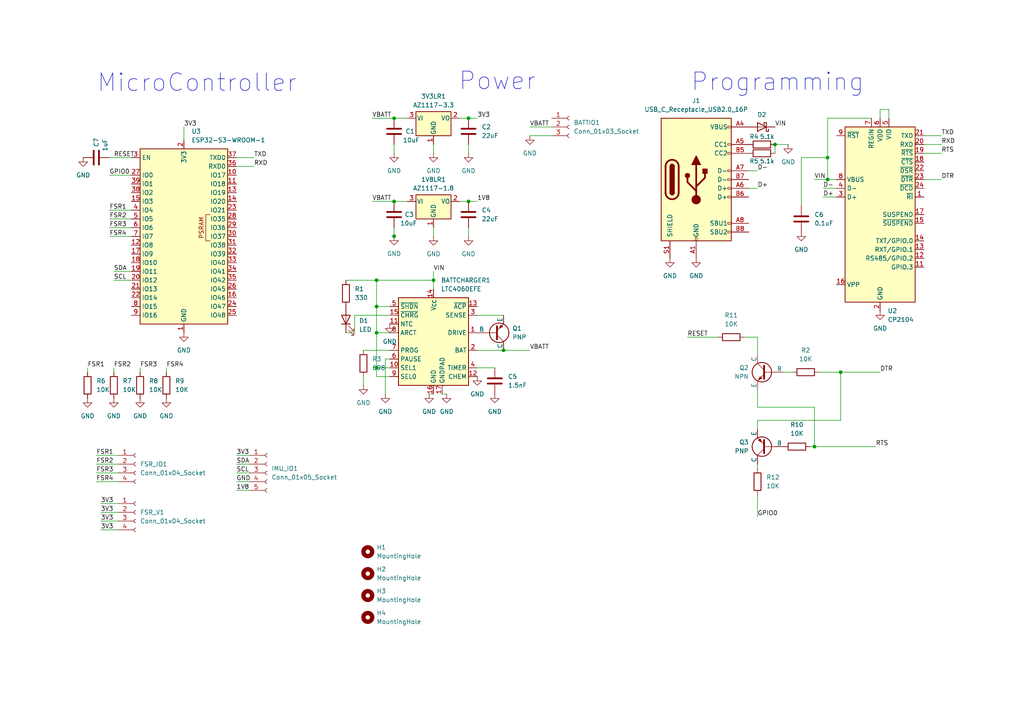
<source format=kicad_sch>
(kicad_sch (version 20231120) (generator "eeschema") (generator_version "8.0")
  (paper "A4")
  (lib_symbols
    (symbol "Battery_Management:LTC4060EFE"
      (property "Reference" "U" (at -8.382 13.97 0))
      (property "Value" "LTC4060EFE" (at 1.524 13.97 0))
      (symbol "LTC4060EFE_1_1"
        (pin output line (at 12.7 2.54 180) (length 2.54) (name "DRIVE") (number "1"))
        (pin input line (at -12.7 -7.62 0) (length 2.54) (name "SEL1") (number "10"))
        (pin input line (at -12.7 5.08 0) (length 2.54) (name "NTC") (number "11"))
        (pin input line (at 12.7 -10.16 180) (length 2.54) (name "CHEM") (number "12"))
        (pin open_collector line (at 12.7 10.16 180) (length 2.54) (name "~{ACP}") (number "13"))
        (pin power_in line (at 0 15.24 270) (length 2.54) (name "V_{CC}") (number "14"))
        (pin open_collector line (at -12.7 7.62 0) (length 2.54) (name "~{CHRG}") (number "15"))
        (pin power_in line (at 0 -15.24 90) (length 2.54) (name "GND") (number "16"))
        (pin power_in line (at 2.54 -15.24 90) (length 2.54) (name "GNDPAD") (number "17"))
        (pin input line (at 12.7 -2.54 180) (length 2.54) (name "BAT") (number "2"))
        (pin input line (at 12.7 7.62 180) (length 2.54) (name "SENSE") (number "3"))
        (pin input line (at 12.7 -7.62 180) (length 2.54) (name "TIMER") (number "4"))
        (pin input line (at -12.7 10.16 0) (length 2.54) (name "~{SHDN}") (number "5"))
        (pin input line (at -12.7 -5.08 0) (length 2.54) (name "PAUSE") (number "6"))
        (pin input line (at -12.7 -2.54 0) (length 2.54) (name "PROG") (number "7"))
        (pin input line (at -12.7 2.54 0) (length 2.54) (name "ARCT") (number "8"))
        (pin input line (at -12.7 -10.16 0) (length 2.54) (name "SEL0") (number "9"))
      )
    )
    (symbol "Connector:Conn_01x03_Socket" (pin_names (offset 1.016) hide)
      (property "Reference" "J" (at 0 5.08 0))
      (property "Value" "Conn_01x03_Socket" (at 0 -5.08 0))
      (symbol "Conn_01x03_Socket_1_1"
        (pin passive line (at -5.08 2.54 0) (length 3.81) (name "Pin_1") (number "1"))
        (pin passive line (at -5.08 0 0) (length 3.81) (name "Pin_2") (number "2"))
        (pin passive line (at -5.08 -2.54 0) (length 3.81) (name "Pin_3") (number "3"))
      )
    )
    (symbol "Connector:Conn_01x04_Socket" (pin_names (offset 1.016) hide)
      (property "Reference" "J" (at 0 5.08 0))
      (property "Value" "Conn_01x04_Socket" (at 0 -7.62 0))
      (symbol "Conn_01x04_Socket_1_1"
        (pin passive line (at -5.08 2.54 0) (length 3.81) (name "Pin_1") (number "1"))
        (pin passive line (at -5.08 0 0) (length 3.81) (name "Pin_2") (number "2"))
        (pin passive line (at -5.08 -2.54 0) (length 3.81) (name "Pin_3") (number "3"))
        (pin passive line (at -5.08 -5.08 0) (length 3.81) (name "Pin_4") (number "4"))
      )
    )
    (symbol "Connector:Conn_01x05_Socket" (pin_names (offset 1.016) hide)
      (property "Reference" "J" (at 0 7.62 0))
      (property "Value" "Conn_01x05_Socket" (at 0 -7.62 0))
      (symbol "Conn_01x05_Socket_1_1"
        (pin passive line (at -5.08 5.08 0) (length 3.81) (name "Pin_1") (number "1"))
        (pin passive line (at -5.08 2.54 0) (length 3.81) (name "Pin_2") (number "2"))
        (pin passive line (at -5.08 0 0) (length 3.81) (name "Pin_3") (number "3"))
        (pin passive line (at -5.08 -2.54 0) (length 3.81) (name "Pin_4") (number "4"))
        (pin passive line (at -5.08 -5.08 0) (length 3.81) (name "Pin_5") (number "5"))
      )
    )
    (symbol "Connector:USB_C_Receptacle_USB2.0_16P" (pin_names (offset 1.016))
      (property "Reference" "J" (at 0 22.225 0))
      (property "Value" "USB_C_Receptacle_USB2.0_16P" (at 0 19.685 0))
      (symbol "USB_C_Receptacle_USB2.0_16P_1_1"
        (pin passive line (at 0 -22.86 90) (length 5.08) (name "GND") (number "A1"))
        (pin passive line (at 0 -22.86 90) (length 5.08) hide (name "GND") (number "A12"))
        (pin passive line (at 15.24 15.24 180) (length 5.08) (name "VBUS") (number "A4"))
        (pin bidirectional line (at 15.24 10.16 180) (length 5.08) (name "CC1") (number "A5"))
        (pin bidirectional line (at 15.24 -2.54 180) (length 5.08) (name "D+") (number "A6"))
        (pin bidirectional line (at 15.24 2.54 180) (length 5.08) (name "D-") (number "A7"))
        (pin bidirectional line (at 15.24 -12.7 180) (length 5.08) (name "SBU1") (number "A8"))
        (pin passive line (at 15.24 15.24 180) (length 5.08) hide (name "VBUS") (number "A9"))
        (pin passive line (at 0 -22.86 90) (length 5.08) hide (name "GND") (number "B1"))
        (pin passive line (at 0 -22.86 90) (length 5.08) hide (name "GND") (number "B12"))
        (pin passive line (at 15.24 15.24 180) (length 5.08) hide (name "VBUS") (number "B4"))
        (pin bidirectional line (at 15.24 7.62 180) (length 5.08) (name "CC2") (number "B5"))
        (pin bidirectional line (at 15.24 -5.08 180) (length 5.08) (name "D+") (number "B6"))
        (pin bidirectional line (at 15.24 0 180) (length 5.08) (name "D-") (number "B7"))
        (pin bidirectional line (at 15.24 -15.24 180) (length 5.08) (name "SBU2") (number "B8"))
        (pin passive line (at 15.24 15.24 180) (length 5.08) hide (name "VBUS") (number "B9"))
        (pin passive line (at -7.62 -22.86 90) (length 5.08) (name "SHIELD") (number "S1"))
      )
    )
    (symbol "Device:C" (pin_numbers hide) (pin_names (offset 0.254))
      (property "Reference" "C" (at 0.635 2.54 0))
      (property "Value" "C" (at 0.635 -2.54 0))
      (symbol "C_1_1"
        (pin passive line (at 0 3.81 270) (length 2.794) (name "~") (number "1"))
        (pin passive line (at 0 -3.81 90) (length 2.794) (name "~") (number "2"))
      )
    )
    (symbol "Device:D_Schottky" (pin_numbers hide) (pin_names (offset 1.016) hide)
      (property "Reference" "D" (at 0 2.54 0))
      (property "Value" "D_Schottky" (at 0 -2.54 0))
      (symbol "D_Schottky_1_1"
        (pin passive line (at -3.81 0 0) (length 2.54) (name "K") (number "1"))
        (pin passive line (at 3.81 0 180) (length 2.54) (name "A") (number "2"))
      )
    )
    (symbol "Device:LED" (pin_numbers hide) (pin_names (offset 1.016) hide)
      (property "Reference" "D" (at 0 2.54 0))
      (property "Value" "LED" (at 0 -2.54 0))
      (symbol "LED_1_1"
        (pin passive line (at -3.81 0 0) (length 2.54) (name "K") (number "1"))
        (pin passive line (at 3.81 0 180) (length 2.54) (name "A") (number "2"))
      )
    )
    (symbol "Device:R" (pin_numbers hide) (pin_names (offset 0))
      (property "Reference" "R" (at 2.032 0 90))
      (property "Value" "R" (at 0 0 90))
      (symbol "R_1_1"
        (pin passive line (at 0 3.81 270) (length 1.27) (name "~") (number "1"))
        (pin passive line (at 0 -3.81 90) (length 1.27) (name "~") (number "2"))
      )
    )
    (symbol "Interface_USB:CP2104"
      (property "Reference" "U" (at -5.08 28.575 0))
      (property "Value" "CP2104" (at -5.08 26.67 0))
      (symbol "CP2104_1_1"
        (pin input line (at 12.7 5.08 180) (length 2.54) (name "~{RI}") (number "1"))
        (pin no_connect line (at 10.16 -20.32 180) (length 2.54) hide (name "NC") (number "10"))
        (pin bidirectional line (at 12.7 -15.24 180) (length 2.54) (name "GPIO.3") (number "11"))
        (pin bidirectional line (at 12.7 -12.7 180) (length 2.54) (name "RS485/GPIO.2") (number "12"))
        (pin bidirectional line (at 12.7 -10.16 180) (length 2.54) (name "RXT/GPIO.1") (number "13"))
        (pin bidirectional line (at 12.7 -7.62 180) (length 2.54) (name "TXT/GPIO.0") (number "14"))
        (pin output line (at 12.7 -2.54 180) (length 2.54) (name "~{SUSPEND}") (number "15"))
        (pin passive line (at -12.7 -20.32 0) (length 2.54) (name "VPP") (number "16"))
        (pin output line (at 12.7 0 180) (length 2.54) (name "SUSPEND") (number "17"))
        (pin input line (at 12.7 15.24 180) (length 2.54) (name "~{CTS}") (number "18"))
        (pin output line (at 12.7 17.78 180) (length 2.54) (name "~{RTS}") (number "19"))
        (pin power_in line (at 0 -27.94 90) (length 2.54) (name "GND") (number "2"))
        (pin input line (at 12.7 20.32 180) (length 2.54) (name "RXD") (number "20"))
        (pin output line (at 12.7 22.86 180) (length 2.54) (name "TXD") (number "21"))
        (pin input line (at 12.7 12.7 180) (length 2.54) (name "~{DSR}") (number "22"))
        (pin output line (at 12.7 10.16 180) (length 2.54) (name "~{DTR}") (number "23"))
        (pin input line (at 12.7 7.62 180) (length 2.54) (name "~{DCD}") (number "24"))
        (pin passive line (at 0 -27.94 90) (length 2.54) hide (name "GND") (number "25"))
        (pin bidirectional line (at -12.7 5.08 0) (length 2.54) (name "D+") (number "3"))
        (pin bidirectional line (at -12.7 7.62 0) (length 2.54) (name "D-") (number "4"))
        (pin power_in line (at 2.54 27.94 270) (length 2.54) (name "VIO") (number "5"))
        (pin power_in line (at 0 27.94 270) (length 2.54) (name "VDD") (number "6"))
        (pin power_in line (at -2.54 27.94 270) (length 2.54) (name "REGIN") (number "7"))
        (pin input line (at -12.7 10.16 0) (length 2.54) (name "VBUS") (number "8"))
        (pin bidirectional line (at -12.7 22.86 0) (length 2.54) (name "~{RST}") (number "9"))
      )
    )
    (symbol "Mechanical:MountingHole" (pin_names (offset 1.016)) (exclude_from_sim yes) (in_bom no)
      (property "Reference" "H" (at 0 5.08 0))
      (property "Value" "MountingHole" (at 0 3.175 0))
    )
    (symbol "RF_Module:ESP32-S3-WROOM-1"
      (property "Reference" "U" (at -12.7 26.67 0))
      (property "Value" "ESP32-S3-WROOM-1" (at 12.7 26.67 0))
      (symbol "ESP32-S3-WROOM-1_0_0"
        (text "PSRAM" (at 5.08 2.54 900) (effects (font (size 1.27 1.27))))
      )
      (symbol "ESP32-S3-WROOM-1_1_1"
        (pin power_in line (at 0 -27.94 90) (length 2.54) (name "GND") (number "1"))
        (pin bidirectional line (at 15.24 17.78 180) (length 2.54) (name "IO17") (number "10"))
        (pin bidirectional line (at 15.24 15.24 180) (length 2.54) (name "IO18") (number "11"))
        (pin bidirectional line (at -15.24 -2.54 0) (length 2.54) (name "IO8") (number "12"))
        (pin bidirectional line (at 15.24 12.7 180) (length 2.54) (name "IO19") (number "13"))
        (pin bidirectional line (at 15.24 10.16 180) (length 2.54) (name "IO20") (number "14"))
        (pin bidirectional line (at -15.24 10.16 0) (length 2.54) (name "IO3") (number "15"))
        (pin bidirectional line (at 15.24 -17.78 180) (length 2.54) (name "IO46") (number "16"))
        (pin bidirectional line (at -15.24 -5.08 0) (length 2.54) (name "IO9") (number "17"))
        (pin bidirectional line (at -15.24 -7.62 0) (length 2.54) (name "IO10") (number "18"))
        (pin bidirectional line (at -15.24 -10.16 0) (length 2.54) (name "IO11") (number "19"))
        (pin power_in line (at 0 27.94 270) (length 2.54) (name "3V3") (number "2"))
        (pin bidirectional line (at -15.24 -12.7 0) (length 2.54) (name "IO12") (number "20"))
        (pin bidirectional line (at -15.24 -15.24 0) (length 2.54) (name "IO13") (number "21"))
        (pin bidirectional line (at -15.24 -17.78 0) (length 2.54) (name "IO14") (number "22"))
        (pin bidirectional line (at 15.24 7.62 180) (length 2.54) (name "IO21") (number "23"))
        (pin bidirectional line (at 15.24 -20.32 180) (length 2.54) (name "IO47") (number "24"))
        (pin bidirectional line (at 15.24 -22.86 180) (length 2.54) (name "IO48") (number "25"))
        (pin bidirectional line (at 15.24 -15.24 180) (length 2.54) (name "IO45") (number "26"))
        (pin bidirectional line (at -15.24 17.78 0) (length 2.54) (name "IO0") (number "27"))
        (pin bidirectional line (at 15.24 5.08 180) (length 2.54) (name "IO35") (number "28"))
        (pin bidirectional line (at 15.24 2.54 180) (length 2.54) (name "IO36") (number "29"))
        (pin input line (at -15.24 22.86 0) (length 2.54) (name "EN") (number "3"))
        (pin bidirectional line (at 15.24 0 180) (length 2.54) (name "IO37") (number "30"))
        (pin bidirectional line (at 15.24 -2.54 180) (length 2.54) (name "IO38") (number "31"))
        (pin bidirectional line (at 15.24 -5.08 180) (length 2.54) (name "IO39") (number "32"))
        (pin bidirectional line (at 15.24 -7.62 180) (length 2.54) (name "IO40") (number "33"))
        (pin bidirectional line (at 15.24 -10.16 180) (length 2.54) (name "IO41") (number "34"))
        (pin bidirectional line (at 15.24 -12.7 180) (length 2.54) (name "IO42") (number "35"))
        (pin bidirectional line (at 15.24 20.32 180) (length 2.54) (name "RXD0") (number "36"))
        (pin bidirectional line (at 15.24 22.86 180) (length 2.54) (name "TXD0") (number "37"))
        (pin bidirectional line (at -15.24 12.7 0) (length 2.54) (name "IO2") (number "38"))
        (pin bidirectional line (at -15.24 15.24 0) (length 2.54) (name "IO1") (number "39"))
        (pin bidirectional line (at -15.24 7.62 0) (length 2.54) (name "IO4") (number "4"))
        (pin passive line (at 0 -27.94 90) (length 2.54) hide (name "GND") (number "40"))
        (pin passive line (at 0 -27.94 90) (length 2.54) hide (name "GND") (number "41"))
        (pin bidirectional line (at -15.24 5.08 0) (length 2.54) (name "IO5") (number "5"))
        (pin bidirectional line (at -15.24 2.54 0) (length 2.54) (name "IO6") (number "6"))
        (pin bidirectional line (at -15.24 0 0) (length 2.54) (name "IO7") (number "7"))
        (pin bidirectional line (at -15.24 -20.32 0) (length 2.54) (name "IO15") (number "8"))
        (pin bidirectional line (at -15.24 -22.86 0) (length 2.54) (name "IO16") (number "9"))
      )
    )
    (symbol "Regulator_Linear:AZ1117-1.8" (pin_names (offset 0.254))
      (property "Reference" "U" (at -3.81 3.175 0))
      (property "Value" "AZ1117-1.8" (at 0 3.175 0))
      (symbol "AZ1117-1.8_1_1"
        (pin power_in line (at 0 -7.62 90) (length 2.54) (name "GND") (number "1"))
        (pin power_out line (at 7.62 0 180) (length 2.54) (name "VO") (number "2"))
        (pin power_in line (at -7.62 0 0) (length 2.54) (name "VI") (number "3"))
      )
    )
    (symbol "Regulator_Linear:AZ1117-3.3" (pin_names (offset 0.254))
      (property "Reference" "U" (at -3.81 3.175 0))
      (property "Value" "AZ1117-3.3" (at 0 3.175 0))
      (symbol "AZ1117-3.3_1_1"
        (pin power_in line (at 0 -7.62 90) (length 2.54) (name "GND") (number "1"))
        (pin power_out line (at 7.62 0 180) (length 2.54) (name "VO") (number "2"))
        (pin power_in line (at -7.62 0 0) (length 2.54) (name "VI") (number "3"))
      )
    )
    (symbol "Sensor_Motion:ICM-20948"
      (property "Reference" "U" (at -11.43 16.51 0))
      (property "Value" "ICM-20948" (at 7.62 -16.51 0))
      (symbol "ICM-20948_1_1"
        (pin no_connect line (at -10.16 12.7 0) (length 2.54) hide (name "NC") (number "1"))
        (pin passive line (at 12.7 -5.08 180) (length 2.54) (name "REGOUT") (number "10"))
        (pin input line (at -12.7 -5.08 0) (length 2.54) (name "FSYNC") (number "11"))
        (pin output line (at -12.7 -7.62 0) (length 2.54) (name "INT1") (number "12"))
        (pin power_in line (at 2.54 17.78 270) (length 2.54) (name "VDD") (number "13"))
        (pin no_connect line (at 10.16 7.62 180) (length 2.54) hide (name "NC") (number "14"))
        (pin no_connect line (at 10.16 5.08 180) (length 2.54) hide (name "NC") (number "15"))
        (pin no_connect line (at 10.16 -7.62 180) (length 2.54) hide (name "NC") (number "16"))
        (pin no_connect line (at 10.16 -10.16 180) (length 2.54) hide (name "NC") (number "17"))
        (pin power_in line (at 0 -17.78 90) (length 2.54) (name "GND") (number "18"))
        (pin no_connect line (at 10.16 -12.7 180) (length 2.54) hide (name "RESV") (number "19"))
        (pin no_connect line (at -10.16 10.16 0) (length 2.54) hide (name "NC") (number "2"))
        (pin passive line (at 0 -17.78 90) (length 2.54) hide (name "GND") (number "20"))
        (pin bidirectional line (at 12.7 2.54 180) (length 2.54) (name "AUX_DA") (number "21"))
        (pin input line (at -12.7 0 0) (length 2.54) (name "~{CS}") (number "22"))
        (pin input line (at -12.7 2.54 0) (length 2.54) (name "SCL/SCLK") (number "23"))
        (pin bidirectional line (at -12.7 5.08 0) (length 2.54) (name "SDA/SDI") (number "24"))
        (pin no_connect line (at -10.16 -2.54 0) (length 2.54) hide (name "NC") (number "3"))
        (pin no_connect line (at -10.16 -10.16 0) (length 2.54) hide (name "NC") (number "4"))
        (pin no_connect line (at -10.16 -12.7 0) (length 2.54) hide (name "NC") (number "5"))
        (pin no_connect line (at 10.16 10.16 180) (length 2.54) hide (name "NC") (number "6"))
        (pin output line (at 12.7 0 180) (length 2.54) (name "AUX_CL") (number "7"))
        (pin power_in line (at -2.54 17.78 270) (length 2.54) (name "VDDIO") (number "8"))
        (pin bidirectional line (at -12.7 7.62 0) (length 2.54) (name "SDO/AD0") (number "9"))
      )
    )
    (symbol "Simulation_SPICE:NPN" (pin_numbers hide) (pin_names (offset 0))
      (property "Reference" "Q" (at -2.54 7.62 0))
      (property "Value" "NPN" (at -2.54 5.08 0))
      (symbol "NPN_1_1"
        (pin open_collector line (at 2.54 5.08 270) (length 2.54) (name "C") (number "1"))
        (pin input line (at -5.08 0 0) (length 2.54) (name "B") (number "2"))
        (pin open_emitter line (at 2.54 -5.08 90) (length 2.54) (name "E") (number "3"))
      )
    )
    (symbol "Simulation_SPICE:PNP" (pin_numbers hide) (pin_names (offset 0))
      (property "Reference" "Q" (at -2.54 7.62 0))
      (property "Value" "PNP" (at -2.54 5.08 0))
      (symbol "PNP_1_1"
        (pin open_collector line (at 2.54 5.08 270) (length 2.54) (name "C") (number "1"))
        (pin input line (at -5.08 0 0) (length 2.54) (name "B") (number "2"))
        (pin open_emitter line (at 2.54 -5.08 90) (length 2.54) (name "E") (number "3"))
      )
    )
    (symbol "power:GND" (power) (pin_numbers hide) (pin_names (offset 0) hide)
      (property "Value" "GND" (at 0 -3.81 0))
      (symbol "GND_1_1"
        (pin power_in line (at 0 0 270) (length 0) (name "~") (number "1"))
      )
    )
  )
  (junction (at 109.22 106.68))
  (junction (at 114.3 58.42))
  (junction (at 240.03 45.72))
  (junction (at 114.3 34.29))
  (junction (at 109.22 96.52))
  (junction (at 449.58 20.32))
  (junction (at 236.22 129.54))
  (junction (at 125.73 81.28))
  (junction (at 135.89 34.29))
  (junction (at 146.05 101.6))
  (junction (at 444.5 20.32))
  (junction (at 114.3 68.5182))
  (junction (at 135.89 58.42))
  (junction (at 243.84 107.95))
  (junction (at 109.22 88.9))
  (junction (at 109.22 81.28))
  (junction (at 224.79 41.91))
  (junction (at 240.03 52.07))
  (wire (pts (xy 102.87 96.52) (xy 102.87 91.44)))
  (wire (pts (xy 243.84 121.92) (xy 243.84 107.95)))
  (wire (pts (xy 107.95 58.42) (xy 114.3 58.42)))
  (wire (pts (xy 109.22 106.68) (xy 109.22 109.22)))
  (wire (pts (xy 240.03 45.72) (xy 240.03 52.07)))
  (wire (pts (xy 138.43 101.6) (xy 146.05 101.6)))
  (wire (pts (xy 135.89 34.29) (xy 138.43 34.29)))
  (wire (pts (xy 27.94 137.16) (xy 34.29 137.16)))
  (wire (pts (xy 133.35 34.29) (xy 135.89 34.29)))
  (wire (pts (xy 107.95 34.29) (xy 114.3 34.29)))
  (wire (pts (xy 68.58 45.72) (xy 73.66 45.72)))
  (wire (pts (xy 433.07 20.32) (xy 436.88 20.32)))
  (wire (pts (xy 217.17 54.61) (xy 219.71 54.61)))
  (wire (pts (xy 109.22 106.68) (xy 113.03 106.68)))
  (wire (pts (xy 27.94 132.08) (xy 34.29 132.08)))
  (wire (pts (xy 444.5 20.32) (xy 444.5 22.86)))
  (wire (pts (xy 125.73 41.91) (xy 125.73 44.45)))
  (wire (pts (xy 29.21 148.59) (xy 34.29 148.59)))
  (wire (pts (xy 224.79 41.91) (xy 228.6 41.91)))
  (wire (pts (xy 237.49 107.95) (xy 243.84 107.95)))
  (wire (pts (xy 109.22 81.28) (xy 109.22 88.9)))
  (wire (pts (xy 255.27 31.75) (xy 257.81 31.75)))
  (wire (pts (xy 125.73 66.04) (xy 125.73 68.58)))
  (wire (pts (xy 100.33 96.52) (xy 102.87 96.52)))
  (wire (pts (xy 153.67 39.37) (xy 160.02 39.37)))
  (wire (pts (xy 113.03 104.14) (xy 111.76 104.14)))
  (wire (pts (xy 27.94 134.62) (xy 34.29 134.62)))
  (wire (pts (xy 114.3 68.5182) (xy 114.3 66.04)))
  (wire (pts (xy 234.95 129.54) (xy 236.22 129.54)))
  (wire (pts (xy 138.43 91.44) (xy 146.05 91.44)))
  (wire (pts (xy 429.26 38.1) (xy 434.34 38.1)))
  (wire (pts (xy 102.87 91.44) (xy 113.03 91.44)))
  (wire (pts (xy 267.97 39.37) (xy 273.05 39.37)))
  (wire (pts (xy 114.3 34.29) (xy 118.11 34.29)))
  (wire (pts (xy 68.58 48.26) (xy 73.66 48.26)))
  (wire (pts (xy 238.76 54.61) (xy 242.57 54.61)))
  (wire (pts (xy 459.74 45.72) (xy 464.82 45.72)))
  (wire (pts (xy 227.33 107.95) (xy 229.87 107.95)))
  (wire (pts (xy 243.84 107.95) (xy 255.27 107.95)))
  (wire (pts (xy 257.81 31.75) (xy 257.81 34.29)))
  (wire (pts (xy 114.3 58.42) (xy 118.11 58.42)))
  (wire (pts (xy 40.64 106.68) (xy 40.64 107.95)))
  (wire (pts (xy 109.22 88.9) (xy 113.03 88.9)))
  (wire (pts (xy 31.75 50.8) (xy 38.1 50.8)))
  (wire (pts (xy 429.26 35.56) (xy 434.34 35.56)))
  (wire (pts (xy 29.21 153.67) (xy 34.29 153.67)))
  (wire (pts (xy 133.35 58.42) (xy 135.89 58.42)))
  (wire (pts (xy 109.22 96.52) (xy 109.22 106.68)))
  (wire (pts (xy 105.41 101.6) (xy 113.03 101.6)))
  (wire (pts (xy 33.02 78.74) (xy 38.1 78.74)))
  (wire (pts (xy 252.73 34.29) (xy 240.03 34.29)))
  (wire (pts (xy 25.4 106.68) (xy 25.4 107.95)))
  (wire (pts (xy 72.39 132.08) (xy 68.58 132.08)))
  (wire (pts (xy 31.75 60.96) (xy 38.1 60.96)))
  (wire (pts (xy 444.5 19.05) (xy 444.5 20.32)))
  (wire (pts (xy 29.21 151.13) (xy 34.29 151.13)))
  (wire (pts (xy 219.71 124.46) (xy 219.71 121.92)))
  (wire (pts (xy 48.26 106.68) (xy 48.26 107.95)))
  (wire (pts (xy 232.41 45.72) (xy 240.03 45.72)))
  (wire (pts (xy 255.27 34.29) (xy 255.27 31.75)))
  (wire (pts (xy 125.73 83.82) (xy 125.73 81.28)))
  (wire (pts (xy 449.58 20.32) (xy 453.39 20.32)))
  (wire (pts (xy 199.39 97.79) (xy 208.28 97.79)))
  (wire (pts (xy 33.02 106.68) (xy 33.02 107.95)))
  (wire (pts (xy 72.39 137.16) (xy 68.58 137.16)))
  (wire (pts (xy 109.22 109.22) (xy 113.03 109.22)))
  (wire (pts (xy 267.97 52.07) (xy 273.05 52.07)))
  (wire (pts (xy 125.73 81.28) (xy 109.22 81.28)))
  (wire (pts (xy 219.71 113.03) (xy 219.71 118.11)))
  (wire (pts (xy 114.3 68.58) (xy 114.3 68.5182)))
  (wire (pts (xy 240.03 52.07) (xy 242.57 52.07)))
  (wire (pts (xy 153.67 36.83) (xy 160.02 36.83)))
  (wire (pts (xy 138.43 106.68) (xy 143.51 106.68)))
  (wire (pts (xy 125.73 81.28) (xy 125.73 78.74)))
  (wire (pts (xy 236.22 129.54) (xy 254 129.54)))
  (wire (pts (xy 219.71 134.62) (xy 219.71 135.89)))
  (wire (pts (xy 219.71 143.51) (xy 219.71 149.86)))
  (wire (pts (xy 29.21 146.05) (xy 34.29 146.05)))
  (wire (pts (xy 219.71 121.92) (xy 243.84 121.92)))
  (wire (pts (xy 447.04 58.42) (xy 447.04 59.69)))
  (wire (pts (xy 232.41 45.72) (xy 232.41 59.69)))
  (wire (pts (xy 100.33 81.28) (xy 109.22 81.28)))
  (wire (pts (xy 238.76 57.15) (xy 242.57 57.15)))
  (wire (pts (xy 135.89 68.58) (xy 135.89 66.04)))
  (wire (pts (xy 449.58 17.78) (xy 449.58 20.32)))
  (wire (pts (xy 53.34 36.83) (xy 53.34 40.64)))
  (wire (pts (xy 219.71 97.79) (xy 219.71 102.87)))
  (wire (pts (xy 72.39 134.62) (xy 68.58 134.62)))
  (wire (pts (xy 109.22 88.9) (xy 109.22 96.52)))
  (wire (pts (xy 224.79 41.91) (xy 224.79 44.45)))
  (wire (pts (xy 109.22 96.52) (xy 113.03 96.52)))
  (wire (pts (xy 267.97 41.91) (xy 273.05 41.91)))
  (wire (pts (xy 135.89 58.42) (xy 138.43 58.42)))
  (wire (pts (xy 68.58 139.7) (xy 72.39 139.7)))
  (wire (pts (xy 217.17 49.53) (xy 219.71 49.53)))
  (wire (pts (xy 236.22 118.11) (xy 236.22 129.54)))
  (wire (pts (xy 31.75 68.58) (xy 38.1 68.58)))
  (wire (pts (xy 240.03 34.29) (xy 240.03 45.72)))
  (wire (pts (xy 31.75 45.72) (xy 38.1 45.72)))
  (wire (pts (xy 31.75 66.04) (xy 38.1 66.04)))
  (wire (pts (xy 111.76 104.14) (xy 111.76 114.3)))
  (wire (pts (xy 449.58 20.32) (xy 449.58 22.86)))
  (wire (pts (xy 114.3 41.91) (xy 114.3 44.45)))
  (wire (pts (xy 267.97 44.45) (xy 273.05 44.45)))
  (wire (pts (xy 105.41 109.22) (xy 105.41 111.76)))
  (wire (pts (xy 33.02 81.28) (xy 38.1 81.28)))
  (wire (pts (xy 72.39 142.24) (xy 68.58 142.24)))
  (wire (pts (xy 129.54 114.3) (xy 128.27 114.3)))
  (wire (pts (xy 31.75 63.5) (xy 38.1 63.5)))
  (wire (pts (xy 124.46 114.3) (xy 125.73 114.3)))
  (wire (pts (xy 215.9 97.79) (xy 219.71 97.79)))
  (wire (pts (xy 135.89 44.45) (xy 135.89 41.91)))
  (wire (pts (xy 236.22 52.07) (xy 240.03 52.07)))
  (wire (pts (xy 219.71 118.11) (xy 236.22 118.11)))
  (wire (pts (xy 27.94 139.7) (xy 34.29 139.7)))
  (wire (pts (xy 146.05 101.6) (xy 153.67 101.6)))
  (text "IMU" (at 410.972 7.112 0) (effects (font (size 5.08 5.08))))
  (text "Programming" (at 225.552 23.876 0) (effects (font (size 5.08 5.08))))
  (text "MicroController" (at 57.15 24.13 0) (effects (font (size 5.08 5.08))))
  (text "Power" (at 144.272 23.622 0) (effects (font (size 5.08 5.08))))
  (label "VIN" (at 125.73 78.74 0))
  (label "SDA" (at 68.58 134.62 0))
  (label "SDA" (at 33.02 78.74 0))
  (label "TXD" (at 73.66 45.72 0))
  (label "FSR1" (at 25.4 106.68 0))
  (label "GPIO0" (at 219.71 149.86 0))
  (label "VBATT" (at 153.67 36.83 0))
  (label "FSR1" (at 31.75 60.96 0))
  (label "D+" (at 219.71 54.61 0))
  (label "3V3" (at 29.21 151.13 0))
  (label "FSR2" (at 33.02 106.68 0))
  (label "FSR2" (at 27.94 134.62 0))
  (label "1V8" (at 444.5 19.05 0))
  (label "1V8" (at 138.43 58.42 0))
  (label "DTR" (at 273.05 52.07 0))
  (label "FSR2" (at 31.75 63.5 0))
  (label "RTS" (at 254 129.54 0))
  (label "FSR4" (at 48.26 106.68 0))
  (label "GND" (at 68.58 139.7 0))
  (label "3V3" (at 29.21 146.05 0))
  (label "FSR4" (at 27.94 139.7 0))
  (label "D+" (at 238.76 57.15 0))
  (label "FSR4" (at 31.75 68.58 0))
  (label "3V3" (at 29.21 153.67 0))
  (label "SDA" (at 429.26 35.56 0))
  (label "3V3" (at 53.34 36.83 0))
  (label "VIN" (at 236.22 52.07 0))
  (label "3V3" (at 68.58 132.08 0))
  (label "TXD" (at 273.05 39.37 0))
  (label "FSR3" (at 40.64 106.68 0))
  (label "DTR" (at 255.27 107.95 0))
  (label "RTS" (at 273.05 44.45 0))
  (label "3V3" (at 138.43 34.29 0))
  (label "VBATT" (at 153.67 101.6 0))
  (label "VBATT" (at 107.95 34.29 0))
  (label "GPIO0" (at 31.75 50.8 0))
  (label "FSR3" (at 27.94 137.16 0))
  (label "SCL" (at 429.26 38.1 0))
  (label "RXD" (at 73.66 48.26 0))
  (label "D-" (at 238.76 54.61 0))
  (label "FSR3" (at 31.75 66.04 0))
  (label "VBATT" (at 107.95 58.42 0))
  (label "RESET" (at 199.39 97.79 0))
  (label "RXD" (at 273.05 41.91 0))
  (label "1V8" (at 68.58 142.24 0))
  (label "SCL" (at 68.58 137.16 0))
  (label "VIN" (at 224.79 36.83 0))
  (label "D-" (at 219.71 49.53 0))
  (label "3V3" (at 449.58 17.78 0))
  (label "FSR1" (at 27.94 132.08 0))
  (label "RESET" (at 33.02 45.72 0))
  (label "SCL" (at 33.02 81.28 0))
  (label "3V3" (at 29.21 148.59 0))
  (symbol (lib_id "Device:R") (at 33.02 111.76 180) (unit 1)
    (property "Reference" "R7" (at 35.56 110.4899 0) (effects (justify right)))
    (property "Value" "10K" (at 35.56 113.0299 0) (effects (justify right)))
    (property "Footprint" "Resistor_SMD:R_0805_2012Metric_Pad1.20x1.40mm_HandSolder" (effects (hide yes)))
    (property "Description" "Resistor" (effects (hide yes)))
  )
  (symbol (lib_id "power:GND") (at 201.93 74.93 0) (unit 1)
    (property "Reference" "#PWR07" (effects (hide yes)))
    (property "Value" "GND" (at 201.93 80.01 0))
    (property "Description" "Power symbol creates a global label with name \"GND\" , ground" (effects (hide yes)))
  )
  (symbol (lib_id "Device:C") (at 232.41 63.5 0) (unit 1)
    (property "Reference" "C6" (at 236.22 62.2299 0) (effects (justify left)))
    (property "Value" "0.1uF" (at 236.22 64.7699 0) (effects (justify left)))
    (property "Footprint" "Capacitor_SMD:C_0805_2012Metric_Pad1.18x1.45mm_HandSolder" (effects (hide yes)))
    (property "Description" "Unpolarized capacitor" (effects (hide yes)))
  )
  (symbol (lib_id "Mechanical:MountingHole") (at 106.68 160.02 0) (unit 1) (exclude_from_sim yes) (in_bom no)
    (property "Reference" "H1" (at 109.22 158.7499 0) (effects (justify left)))
    (property "Value" "MountingHole" (at 109.22 161.2899 0) (effects (justify left)))
    (property "Footprint" "MountingHole:MountingHole_3.2mm_M3" (effects (hide yes)))
    (property "Description" "Mounting Hole without connection" (effects (hide yes)))
  )
  (symbol (lib_id "Mechanical:MountingHole") (at 106.68 166.37 0) (unit 1) (exclude_from_sim yes) (in_bom no)
    (property "Reference" "H2" (at 109.22 165.0999 0) (effects (justify left)))
    (property "Value" "MountingHole" (at 109.22 167.6399 0) (effects (justify left)))
    (property "Footprint" "MountingHole:MountingHole_3.2mm_M3" (effects (hide yes)))
    (property "Description" "Mounting Hole without connection" (effects (hide yes)))
  )
  (symbol (lib_id "Simulation_SPICE:PNP") (at 222.25 129.54 180) (unit 1)
    (property "Reference" "Q3" (at 217.17 128.2699 0) (effects (justify left)))
    (property "Value" "PNP" (at 217.17 130.8099 0) (effects (justify left)))
    (property "Footprint" "Connector_PinSocket_1.27mm:PinSocket_1x03_P1.27mm_Vertical" (effects (hide yes)))
    (property "Datasheet" "https://ngspice.sourceforge.io/docs/ngspice-html-manual/manual.xhtml#cha_BJTs" (effects (hide yes)))
    (property "Description" "Bipolar transistor symbol for simulation only, substrate tied to the emitter" (effects (hide yes)))
    (property "Sim.Device" "PNP" (effects (hide yes)))
    (property "Sim.Type" "GUMMELPOON" (effects (hide yes)))
    (property "Sim.Pins" "1=C 2=B 3=E" (effects (hide yes)))
  )
  (symbol (lib_id "power:GND") (at 53.34 96.52 0) (unit 1)
    (property "Reference" "#PWR017" (effects (hide yes)))
    (property "Value" "GND" (at 53.34 101.6 0))
    (property "Description" "Power symbol creates a global label with name \"GND\" , ground" (effects (hide yes)))
  )
  (symbol (lib_id "Device:R") (at 105.41 105.41 0) (unit 1)
    (property "Reference" "R3" (at 107.95 104.1399 0) (effects (justify left)))
    (property "Value" "698" (at 107.95 106.6799 0) (effects (justify left)))
    (property "Footprint" "Resistor_SMD:R_0805_2012Metric_Pad1.20x1.40mm_HandSolder" (effects (hide yes)))
    (property "Description" "Resistor" (effects (hide yes)))
  )
  (symbol (lib_id "power:GND") (at 105.41 111.76 0) (unit 1)
    (property "Reference" "#PWR010" (effects (hide yes)))
    (property "Value" "GND" (at 105.41 116.84 0))
    (property "Description" "Power symbol creates a global label with name \"GND\" , ground" (effects (hide yes)))
  )
  (symbol (lib_id "Device:C") (at 143.51 110.49 0) (unit 1)
    (property "Reference" "C5" (at 147.32 109.2199 0) (effects (justify left)))
    (property "Value" "1.5nF" (at 147.32 111.7599 0) (effects (justify left)))
    (property "Footprint" "Capacitor_SMD:C_0805_2012Metric_Pad1.18x1.45mm_HandSolder" (effects (hide yes)))
    (property "Description" "Unpolarized capacitor" (effects (hide yes)))
  )
  (symbol (lib_id "power:GND") (at 461.01 20.32 0) (unit 1)
    (property "Reference" "#PWR026" (effects (hide yes)))
    (property "Value" "GND" (at 461.01 25.4 0))
    (property "Description" "Power symbol creates a global label with name \"GND\" , ground" (effects (hide yes)))
  )
  (symbol (lib_id "power:GND") (at 113.03 93.98 0) (unit 1)
    (property "Reference" "#PWR029" (effects (hide yes)))
    (property "Value" "GND" (at 113.03 99.06 0))
    (property "Description" "Power symbol creates a global label with name \"GND\" , ground" (effects (hide yes)))
  )
  (symbol (lib_id "power:GND") (at 135.89 68.58 0) (unit 1)
    (property "Reference" "#PWR04" (effects (hide yes)))
    (property "Value" "GND" (at 135.89 73.66 0))
    (property "Description" "Power symbol creates a global label with name \"GND\" , ground" (effects (hide yes)))
  )
  (symbol (lib_id "Connector:USB_C_Receptacle_USB2.0_16P") (at 201.93 52.07 0) (unit 1)
    (property "Reference" "J1" (at 201.93 29.21 0))
    (property "Value" "USB_C_Receptacle_USB2.0_16P" (at 201.93 31.75 0))
    (property "Footprint" "Connector_USB:USB_C_Receptacle_HRO_TYPE-C-31-M-12" (effects (hide yes)))
    (property "Datasheet" "https://www.usb.org/sites/default/files/documents/usb_type-c.zip" (effects (hide yes)))
    (property "Description" "USB 2.0-only 16P Type-C Receptacle connector" (effects (hide yes)))
  )
  (symbol (lib_id "Device:C") (at 457.2 20.32 90) (unit 1)
    (property "Reference" "C10" (at 457.2 12.7 90))
    (property "Value" "0.1uF" (at 457.2 15.24 90))
    (property "Footprint" "Capacitor_SMD:C_0805_2012Metric_Pad1.18x1.45mm_HandSolder" (effects (hide yes)))
    (property "Description" "Unpolarized capacitor" (effects (hide yes)))
  )
  (symbol (lib_id "Device:C") (at 27.94 45.72 90) (unit 1)
    (property "Reference" "C7" (at 27.94 42.672 0) (effects (justify left)))
    (property "Value" "1uF" (at 30.48 43.942 0) (effects (justify left)))
    (property "Footprint" "Capacitor_SMD:C_0805_2012Metric_Pad1.18x1.45mm_HandSolder" (effects (hide yes)))
    (property "Description" "Unpolarized capacitor" (effects (hide yes)))
  )
  (symbol (lib_id "Mechanical:MountingHole") (at 106.68 179.07 0) (unit 1) (exclude_from_sim yes) (in_bom no)
    (property "Reference" "H4" (at 109.22 177.7999 0) (effects (justify left)))
    (property "Value" "MountingHole" (at 109.22 180.3399 0) (effects (justify left)))
    (property "Footprint" "MountingHole:MountingHole_3.2mm_M3" (effects (hide yes)))
    (property "Description" "Mounting Hole without connection" (effects (hide yes)))
  )
  (symbol (lib_id "Regulator_Linear:AZ1117-3.3") (at 125.73 34.29 0) (unit 1)
    (property "Reference" "3V3LR1" (at 125.73 27.94 0))
    (property "Value" "AZ1117-3.3" (at 125.73 30.48 0))
    (property "Footprint" "Package_TO_SOT_SMD:SOT-223-3_TabPin2" (effects (hide yes)))
    (property "Datasheet" "https://www.diodes.com/assets/Datasheets/AZ1117.pdf" (effects (hide yes)))
    (property "Description" "1A 20V Fixed LDO Linear Regulator, 3.3V, SOT-89/SOT-223/TO-220/TO-252/TO-263" (effects (hide yes)))
  )
  (symbol (lib_id "power:GND") (at 125.73 44.45 0) (unit 1)
    (property "Reference" "#PWR02" (effects (hide yes)))
    (property "Value" "GND" (at 125.73 49.53 0))
    (property "Description" "Power symbol creates a global label with name \"GND\" , ground" (effects (hide yes)))
  )
  (symbol (lib_id "Mechanical:MountingHole") (at 106.68 172.72 0) (unit 1) (exclude_from_sim yes) (in_bom no)
    (property "Reference" "H3" (at 109.22 171.4499 0) (effects (justify left)))
    (property "Value" "MountingHole" (at 109.22 173.9899 0) (effects (justify left)))
    (property "Footprint" "MountingHole:MountingHole_3.2mm_M3" (effects (hide yes)))
    (property "Description" "Mounting Hole without connection" (effects (hide yes)))
  )
  (symbol (lib_id "power:GND") (at 40.64 115.57 0) (unit 1)
    (property "Reference" "#PWR022" (effects (hide yes)))
    (property "Value" "GND" (at 40.64 120.65 0))
    (property "Description" "Power symbol creates a global label with name \"GND\" , ground" (effects (hide yes)))
  )
  (symbol (lib_id "Regulator_Linear:AZ1117-1.8") (at 125.73 58.42 0) (unit 1)
    (property "Reference" "1V8LR1" (at 125.73 52.07 0))
    (property "Value" "AZ1117-1.8" (at 125.73 54.61 0))
    (property "Footprint" "Package_TO_SOT_SMD:SOT-223-3_TabPin2" (effects (hide yes)))
    (property "Datasheet" "https://www.diodes.com/assets/Datasheets/AZ1117.pdf" (effects (hide yes)))
    (property "Description" "1A 20V Fixed LDO Linear Regulator, 1.8V, SOT-89/SOT-223/TO-220/TO-252/TO-263" (effects (hide yes)))
  )
  (symbol (lib_id "power:GND") (at 24.13 45.72 0) (unit 1)
    (property "Reference" "#PWR018" (effects (hide yes)))
    (property "Value" "GND" (at 24.13 50.8 0))
    (property "Description" "Power symbol creates a global label with name \"GND\" , ground" (effects (hide yes)))
  )
  (symbol (lib_id "power:GND") (at 194.31 74.93 0) (unit 1)
    (property "Reference" "#PWR019" (effects (hide yes)))
    (property "Value" "GND" (at 194.31 80.01 0))
    (property "Description" "Power symbol creates a global label with name \"GND\" , ground" (effects (hide yes)))
  )
  (symbol (lib_id "Device:C") (at 135.89 38.1 0) (unit 1)
    (property "Reference" "C2" (at 139.7 36.8299 0) (effects (justify left)))
    (property "Value" "22uF" (at 139.7 39.3699 0) (effects (justify left)))
    (property "Footprint" "Capacitor_SMD:C_0805_2012Metric_Pad1.18x1.45mm_HandSolder" (effects (hide yes)))
    (property "Description" "Unpolarized capacitor" (effects (hide yes)))
  )
  (symbol (lib_id "power:GND") (at 153.67 39.37 0) (unit 1)
    (property "Reference" "#PWR08" (effects (hide yes)))
    (property "Value" "GND" (at 153.67 44.45 0))
    (property "Description" "Power symbol creates a global label with name \"GND\" , ground" (effects (hide yes)))
  )
  (symbol (lib_id "Device:C") (at 468.63 45.72 90) (unit 1)
    (property "Reference" "C11" (at 468.63 38.1 90))
    (property "Value" "0.1uF" (at 468.63 40.64 90))
    (property "Footprint" "Capacitor_SMD:C_0805_2012Metric_Pad1.18x1.45mm_HandSolder" (effects (hide yes)))
    (property "Description" "Unpolarized capacitor" (effects (hide yes)))
  )
  (symbol (lib_id "power:GND") (at 232.41 67.31 0) (unit 1)
    (property "Reference" "#PWR016" (effects (hide yes)))
    (property "Value" "GND" (at 232.41 72.39 0))
    (property "Description" "Power symbol creates a global label with name \"GND\" , ground" (effects (hide yes)))
  )
  (symbol (lib_id "Interface_USB:CP2104") (at 255.27 62.23 0) (unit 1)
    (property "Reference" "U2" (at 257.4641 90.17 0) (effects (justify left)))
    (property "Value" "CP2104" (at 257.4641 92.71 0) (effects (justify left)))
    (property "Footprint" "Package_DFN_QFN:QFN-24-1EP_4x4mm_P0.5mm_EP2.6x2.6mm" (effects (hide yes)))
    (property "Datasheet" "https://www.silabs.com/documents/public/data-sheets/cp2104.pdf" (effects (hide yes)))
    (property "Description" "Single-Chip USB-to-UART Bridge, USB 2.0 Full-Speed, 2Mbps UART, QFN-24" (effects (hide yes)))
  )
  (symbol (lib_id "Connector:Conn_01x05_Socket") (at 77.47 137.16 0) (unit 1)
    (property "Reference" "IMU_IO1" (at 78.74 135.8899 0) (effects (justify left)))
    (property "Value" "Conn_01x05_Socket" (at 78.74 138.4299 0) (effects (justify left)))
    (property "Footprint" "Connector_Molex:Molex_KK-254_AE-6410-05A_1x05_P2.54mm_Vertical" (effects (hide yes)))
    (property "Description" "Generic connector, single row, 01x05, script generated" (effects (hide yes)))
  )
  (symbol (lib_id "power:GND") (at 433.07 20.32 0) (unit 1)
    (property "Reference" "#PWR020" (effects (hide yes)))
    (property "Value" "GND" (at 433.07 25.4 0))
    (property "Description" "Power symbol creates a global label with name \"GND\" , ground" (effects (hide yes)))
  )
  (symbol (lib_id "RF_Module:ESP32-S3-WROOM-1") (at 53.34 68.58 0) (unit 1)
    (property "Reference" "U3" (at 55.5341 38.1 0) (effects (justify left)))
    (property "Value" "ESP32-S3-WROOM-1" (at 55.5341 40.64 0) (effects (justify left)))
    (property "Footprint" "RF_Module:ESP32-S3-WROOM-1" (effects (hide yes)))
    (property "Datasheet" "https://www.espressif.com/sites/default/files/documentation/esp32-s3-wroom-1_wroom-1u_datasheet_en.pdf" (effects (hide yes)))
    (property "Description" "RF Module, ESP32-S3 SoC, Wi-Fi 802.11b/g/n, Bluetooth, BLE, 32-bit, 3.3V, onboard antenna, SMD" (effects (hide yes)))
  )
  (symbol (lib_id "power:GND") (at 114.3 68.5182 0) (unit 1)
    (property "Reference" "#PWR05" (effects (hide yes)))
    (property "Value" "GND" (at 114.3 73.5982 0))
    (property "Description" "Power symbol creates a global label with name \"GND\" , ground" (effects (hide yes)))
  )
  (symbol (lib_id "power:GND") (at 138.43 109.22 0) (unit 1)
    (property "Reference" "#PWR013" (effects (hide yes)))
    (property "Value" "GND" (at 138.43 114.3 0))
    (property "Description" "Power symbol creates a global label with name \"GND\" , ground" (effects (hide yes)))
  )
  (symbol (lib_id "Simulation_SPICE:PNP") (at 143.51 96.52 0) (mirror x) (unit 1)
    (property "Reference" "Q1" (at 148.59 95.2499 0) (effects (justify left)))
    (property "Value" "PNP" (at 148.59 97.7899 0) (effects (justify left)))
    (property "Footprint" "Connector_PinSocket_1.27mm:PinSocket_1x03_P1.27mm_Vertical" (effects (hide yes)))
    (property "Datasheet" "https://ngspice.sourceforge.io/docs/ngspice-html-manual/manual.xhtml#cha_BJTs" (effects (hide yes)))
    (property "Description" "Bipolar transistor symbol for simulation only, substrate tied to the emitter" (effects (hide yes)))
    (property "Sim.Device" "PNP" (effects (hide yes)))
    (property "Sim.Type" "GUMMELPOON" (effects (hide yes)))
    (property "Sim.Pins" "1=C 2=B 3=E" (effects (hide yes)))
  )
  (symbol (lib_id "Device:C") (at 114.3 38.1 0) (unit 1)
    (property "Reference" "C1" (at 117.602 38.1 0) (effects (justify left)))
    (property "Value" "10uF" (at 116.84 40.64 0) (effects (justify left)))
    (property "Footprint" "Capacitor_SMD:C_0805_2012Metric_Pad1.18x1.45mm_HandSolder" (effects (hide yes)))
    (property "Description" "Unpolarized capacitor" (effects (hide yes)))
  )
  (symbol (lib_id "power:GND") (at 124.46 114.3 0) (unit 1)
    (property "Reference" "#PWR011" (effects (hide yes)))
    (property "Value" "GND" (at 124.46 119.38 0))
    (property "Description" "Power symbol creates a global label with name \"GND\" , ground" (effects (hide yes)))
  )
  (symbol (lib_id "Device:R") (at 220.98 44.45 90) (unit 1)
    (property "Reference" "R5" (at 218.694 46.736 90))
    (property "Value" "5.1k" (at 222.504 46.736 90))
    (property "Footprint" "Resistor_SMD:R_0805_2012Metric_Pad1.20x1.40mm_HandSolder" (effects (hide yes)))
    (property "Description" "Resistor" (effects (hide yes)))
  )
  (symbol (lib_id "Device:R") (at 25.4 111.76 180) (unit 1)
    (property "Reference" "R6" (at 27.94 110.4899 0) (effects (justify right)))
    (property "Value" "10K" (at 27.94 113.0299 0) (effects (justify right)))
    (property "Footprint" "Resistor_SMD:R_0805_2012Metric_Pad1.20x1.40mm_HandSolder" (effects (hide yes)))
    (property "Description" "Resistor" (effects (hide yes)))
  )
  (symbol (lib_id "power:GND") (at 114.3 44.45 0) (unit 1)
    (property "Reference" "#PWR01" (effects (hide yes)))
    (property "Value" "GND" (at 114.3 49.53 0))
    (property "Description" "Power symbol creates a global label with name \"GND\" , ground" (effects (hide yes)))
  )
  (symbol (lib_id "power:GND") (at 143.51 114.3 0) (unit 1)
    (property "Reference" "#PWR028" (effects (hide yes)))
    (property "Value" "GND" (at 143.51 119.38 0))
    (property "Description" "Power symbol creates a global label with name \"GND\" , ground" (effects (hide yes)))
  )
  (symbol (lib_id "Device:R") (at 40.64 111.76 180) (unit 1)
    (property "Reference" "R8" (at 43.18 110.4899 0) (effects (justify right)))
    (property "Value" "10K" (at 43.18 113.0299 0) (effects (justify right)))
    (property "Footprint" "Resistor_SMD:R_0805_2012Metric_Pad1.20x1.40mm_HandSolder" (effects (hide yes)))
    (property "Description" "Resistor" (effects (hide yes)))
  )
  (symbol (lib_id "power:GND") (at 129.54 114.3 0) (unit 1)
    (property "Reference" "#PWR012" (effects (hide yes)))
    (property "Value" "GND" (at 129.54 119.38 0))
    (property "Description" "Power symbol creates a global label with name \"GND\" , ground" (effects (hide yes)))
  )
  (symbol (lib_id "Device:LED") (at 100.33 92.71 90) (unit 1)
    (property "Reference" "D1" (at 104.14 93.0274 90) (effects (justify right)))
    (property "Value" "LED" (at 104.14 95.5674 90) (effects (justify right)))
    (property "Footprint" "LED_SMD:LED_0805_2012Metric_Pad1.15x1.40mm_HandSolder" (effects (hide yes)))
    (property "Description" "Light emitting diode" (effects (hide yes)))
  )
  (symbol (lib_id "Device:C") (at 135.89 62.23 0) (unit 1)
    (property "Reference" "C4" (at 139.7 60.9599 0) (effects (justify left)))
    (property "Value" "22uF" (at 139.7 63.4999 0) (effects (justify left)))
    (property "Footprint" "Capacitor_SMD:C_0805_2012Metric_Pad1.18x1.45mm_HandSolder" (effects (hide yes)))
    (property "Description" "Unpolarized capacitor" (effects (hide yes)))
  )
  (symbol (lib_id "power:GND") (at 111.76 114.3 0) (unit 1)
    (property "Reference" "#PWR09" (effects (hide yes)))
    (property "Value" "GND" (at 111.76 119.38 0))
    (property "Description" "Power symbol creates a global label with name \"GND\" , ground" (effects (hide yes)))
  )
  (symbol (lib_id "power:GND") (at 125.73 68.58 0) (unit 1)
    (property "Reference" "#PWR06" (effects (hide yes)))
    (property "Value" "GND" (at 125.73 73.66 0))
    (property "Description" "Power symbol creates a global label with name \"GND\" , ground" (effects (hide yes)))
  )
  (symbol (lib_id "power:GND") (at 472.44 45.72 0) (unit 1)
    (property "Reference" "#PWR027" (effects (hide yes)))
    (property "Value" "GND" (at 472.44 50.8 0))
    (property "Description" "Power symbol creates a global label with name \"GND\" , ground" (effects (hide yes)))
  )
  (symbol (lib_id "Device:R") (at 220.98 41.91 90) (unit 1)
    (property "Reference" "R4" (at 218.694 39.624 90))
    (property "Value" "5.1k" (at 222.504 39.624 90))
    (property "Footprint" "Resistor_SMD:R_0805_2012Metric_Pad1.20x1.40mm_HandSolder" (effects (hide yes)))
    (property "Description" "Resistor" (effects (hide yes)))
  )
  (symbol (lib_id "Device:R") (at 48.26 111.76 180) (unit 1)
    (property "Reference" "R9" (at 50.8 110.4899 0) (effects (justify right)))
    (property "Value" "10K" (at 50.8 113.0299 0) (effects (justify right)))
    (property "Footprint" "Resistor_SMD:R_0805_2012Metric_Pad1.20x1.40mm_HandSolder" (effects (hide yes)))
    (property "Description" "Resistor" (effects (hide yes)))
  )
  (symbol (lib_id "power:GND") (at 135.89 44.45 0) (unit 1)
    (property "Reference" "#PWR03" (effects (hide yes)))
    (property "Value" "GND" (at 135.89 49.53 0))
    (property "Description" "Power symbol creates a global label with name \"GND\" , ground" (effects (hide yes)))
  )
  (symbol (lib_id "Simulation_SPICE:NPN") (at 222.25 107.95 0) (mirror y) (unit 1)
    (property "Reference" "Q2" (at 217.17 106.6799 0) (effects (justify left)))
    (property "Value" "NPN" (at 217.17 109.2199 0) (effects (justify left)))
    (property "Footprint" "Connector_PinSocket_1.27mm:PinSocket_1x03_P1.27mm_Vertical" (effects (hide yes)))
    (property "Datasheet" "https://ngspice.sourceforge.io/docs/ngspice-html-manual/manual.xhtml#cha_BJTs" (effects (hide yes)))
    (property "Description" "Bipolar transistor symbol for simulation only, substrate tied to the emitter" (effects (hide yes)))
    (property "Sim.Device" "NPN" (effects (hide yes)))
    (property "Sim.Type" "GUMMELPOON" (effects (hide yes)))
    (property "Sim.Pins" "1=C 2=B 3=E" (effects (hide yes)))
  )
  (symbol (lib_id "Device:R") (at 233.68 107.95 270) (unit 1)
    (property "Reference" "R2" (at 233.68 101.6 90))
    (property "Value" "10K" (at 233.68 104.14 90))
    (property "Footprint" "Resistor_SMD:R_0805_2012Metric_Pad1.20x1.40mm_HandSolder" (effects (hide yes)))
    (property "Description" "Resistor" (effects (hide yes)))
  )
  (symbol (lib_id "Battery_Management:LTC4060EFE") (at 125.73 99.06 0) (unit 1)
    (property "Reference" "BATTCHARGER1" (at 127.9241 81.28 0) (effects (justify left)))
    (property "Value" "LTC4060EFE" (at 127.9241 83.82 0) (effects (justify left)))
    (property "Footprint" "Package_SO:TSSOP-16-1EP_4.4x5mm_P0.65mm" (effects (hide yes)))
    (property "Datasheet" "https://www.analog.com/media/en/technical-documentation/data-sheets/405442xf.pdf" (effects (hide yes)))
    (property "Description" "Complete fast charging system for 2, 3 or 4 series NiMH or NiCd batteries, 0.4 to 2A, 4.5 to 10V VDD, -40 to +85 degree Celcisus, TSSOP-16" (effects (hide yes)))
  )
  (symbol (lib_id "Device:D_Schottky") (at 220.98 36.83 180) (unit 1)
    (property "Reference" "D2" (at 220.98 33.274 0))
    (property "Value" "D_Schottky" (effects (hide yes)))
    (property "Footprint" "Diode_SMD:D_0805_2012Metric_Pad1.15x1.40mm_HandSolder" (effects (hide yes)))
    (property "Description" "Schottky diode" (effects (hide yes)))
  )
  (symbol (lib_id "Sensor_Motion:ICM-20948") (at 447.04 40.64 0) (unit 1)
    (property "Reference" "U1" (at 449.2341 58.42 0) (effects (justify left)))
    (property "Value" "ICM-20948" (at 449.2341 60.96 0) (effects (justify left)))
    (property "Footprint" "Sensor_Motion:InvenSense_QFN-24_3x3mm_P0.4mm" (effects (hide yes)))
    (property "Datasheet" "http://www.invensense.com/wp-content/uploads/2016/06/DS-000189-ICM-20948-v1.3.pdf" (effects (hide yes)))
    (property "Description" "InvenSense 9-Axis Motion Sensor, Accelerometer, Gyroscope, Compass, I2C/SPI, QFN-24" (effects (hide yes)))
  )
  (symbol (lib_id "Device:R") (at 212.09 97.79 270) (unit 1)
    (property "Reference" "R11" (at 212.09 91.44 90))
    (property "Value" "10K" (at 212.09 93.98 90))
    (property "Footprint" "Resistor_SMD:R_0805_2012Metric_Pad1.20x1.40mm_HandSolder" (effects (hide yes)))
    (property "Description" "Resistor" (effects (hide yes)))
  )
  (symbol (lib_id "Device:R") (at 100.33 85.09 0) (unit 1)
    (property "Reference" "R1" (at 102.87 83.8199 0) (effects (justify left)))
    (property "Value" "330" (at 102.87 86.3599 0) (effects (justify left)))
    (property "Footprint" "Resistor_SMD:R_0805_2012Metric_Pad1.20x1.40mm_HandSolder" (effects (hide yes)))
    (property "Description" "Resistor" (effects (hide yes)))
  )
  (symbol (lib_id "power:GND") (at 48.26 115.57 0) (unit 1)
    (property "Reference" "#PWR021" (effects (hide yes)))
    (property "Value" "GND" (at 48.26 120.65 0))
    (property "Description" "Power symbol creates a global label with name \"GND\" , ground" (effects (hide yes)))
  )
  (symbol (lib_id "Device:C") (at 440.69 20.32 90) (unit 1)
    (property "Reference" "C9" (at 440.69 12.7 90))
    (property "Value" "0.1uF" (at 440.69 15.24 90))
    (property "Footprint" "Capacitor_SMD:C_0805_2012Metric_Pad1.18x1.45mm_HandSolder" (effects (hide yes)))
    (property "Description" "Unpolarized capacitor" (effects (hide yes)))
  )
  (symbol (lib_id "Connector:Conn_01x03_Socket") (at 165.1 36.83 0) (unit 1)
    (property "Reference" "BATTIO1" (at 166.37 35.5599 0) (effects (justify left)))
    (property "Value" "Conn_01x03_Socket" (at 166.37 38.0999 0) (effects (justify left)))
    (property "Footprint" "Connector_Molex:Molex_KK-254_AE-6410-03A_1x03_P2.54mm_Vertical" (effects (hide yes)))
    (property "Description" "Generic connector, single row, 01x03, script generated" (effects (hide yes)))
  )
  (symbol (lib_id "power:GND") (at 33.02 115.57 0) (unit 1)
    (property "Reference" "#PWR023" (effects (hide yes)))
    (property "Value" "GND" (at 33.02 120.65 0))
    (property "Description" "Power symbol creates a global label with name \"GND\" , ground" (effects (hide yes)))
  )
  (symbol (lib_id "power:GND") (at 228.6 41.91 0) (unit 1)
    (property "Reference" "#PWR014" (effects (hide yes)))
    (property "Value" "GND" (at 228.6 46.99 0))
    (property "Description" "Power symbol creates a global label with name \"GND\" , ground" (effects (hide yes)))
  )
  (symbol (lib_id "Device:R") (at 231.14 129.54 270) (unit 1)
    (property "Reference" "R10" (at 231.14 123.19 90))
    (property "Value" "10K" (at 231.14 125.73 90))
    (property "Footprint" "Resistor_SMD:R_0805_2012Metric_Pad1.20x1.40mm_HandSolder" (effects (hide yes)))
    (property "Description" "Resistor" (effects (hide yes)))
  )
  (symbol (lib_id "Connector:Conn_01x04_Socket") (at 39.37 134.62 0) (unit 1)
    (property "Reference" "FSR_IO1" (at 40.64 134.6199 0) (effects (justify left)))
    (property "Value" "Conn_01x04_Socket" (at 40.64 137.1599 0) (effects (justify left)))
    (property "Footprint" "Connector_Molex:Molex_KK-254_AE-6410-04A_1x04_P2.54mm_Vertical" (effects (hide yes)))
    (property "Description" "Generic connector, single row, 01x04, script generated" (effects (hide yes)))
  )
  (symbol (lib_id "Device:C") (at 114.3 62.23 0) (unit 1)
    (property "Reference" "C3" (at 117.348 62.23 0) (effects (justify left)))
    (property "Value" "10uF" (at 116.078 64.77 0) (effects (justify left)))
    (property "Footprint" "Capacitor_SMD:C_0805_2012Metric_Pad1.18x1.45mm_HandSolder" (effects (hide yes)))
    (property "Description" "Unpolarized capacitor" (effects (hide yes)))
  )
  (symbol (lib_id "power:GND") (at 25.4 115.57 0) (unit 1)
    (property "Reference" "#PWR024" (effects (hide yes)))
    (property "Value" "GND" (at 25.4 120.65 0))
    (property "Description" "Power symbol creates a global label with name \"GND\" , ground" (effects (hide yes)))
  )
  (symbol (lib_id "Connector:Conn_01x04_Socket") (at 39.37 148.59 0) (unit 1)
    (property "Reference" "FSR_V1" (at 40.64 148.5899 0) (effects (justify left)))
    (property "Value" "Conn_01x04_Socket" (at 40.64 151.1299 0) (effects (justify left)))
    (property "Footprint" "Connector_Molex:Molex_KK-254_AE-6410-04A_1x04_P2.54mm_Vertical" (effects (hide yes)))
    (property "Description" "Generic connector, single row, 01x04, script generated" (effects (hide yes)))
  )
  (symbol (lib_id "power:GND") (at 447.04 59.69 0) (unit 1)
    (property "Reference" "#PWR025" (effects (hide yes)))
    (property "Value" "GND" (at 447.04 64.77 0))
    (property "Description" "Power symbol creates a global label with name \"GND\" , ground" (effects (hide yes)))
  )
  (symbol (lib_id "Device:R") (at 219.71 139.7 180) (unit 1)
    (property "Reference" "R12" (at 222.25 138.4299 0) (effects (justify right)))
    (property "Value" "10K" (at 222.25 140.9699 0) (effects (justify right)))
    (property "Footprint" "Resistor_SMD:R_0805_2012Metric_Pad1.20x1.40mm_HandSolder" (effects (hide yes)))
    (property "Description" "Resistor" (effects (hide yes)))
  )
  (symbol (lib_id "power:GND") (at 255.27 90.17 0) (unit 1)
    (property "Reference" "#PWR015" (effects (hide yes)))
    (property "Value" "GND" (at 255.27 95.25 0))
    (property "Description" "Power symbol creates a global label with name \"GND\" , ground" (effects (hide yes)))
  )
  (sheet (at 381 0) (size 106.68 72.39) (stroke (width 0.1524))
    (property "Sheetname" "positional_sensor" (at 381 -0.7116 0) (effects (justify left bottom)))
    (property "Sheetfile" "positional_sensor.kicad_sch" (at 381 72.9746 0) (effects (justify left top)))
  )
)
</source>
